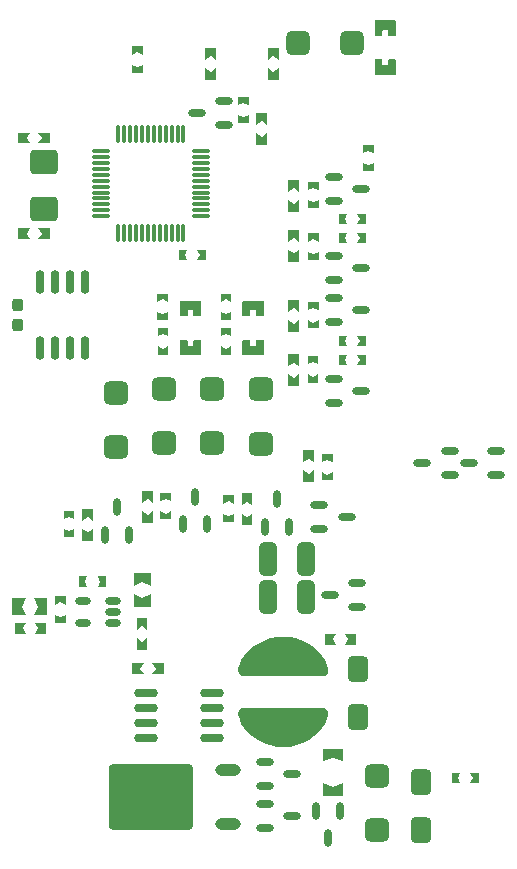
<source format=gtp>
G04 Layer_Color=8421504*
%FSLAX24Y24*%
%MOIN*%
G70*
G01*
G75*
%ADD16O,0.0800X0.0295*%
%ADD17O,0.0531X0.0236*%
%ADD18O,0.0630X0.0118*%
%ADD19O,0.0118X0.0630*%
%ADD20O,0.0295X0.0800*%
G04:AMPARAMS|DCode=21|XSize=110.2mil|YSize=59.1mil|CornerRadius=14.8mil|HoleSize=0mil|Usage=FLASHONLY|Rotation=270.000|XOffset=0mil|YOffset=0mil|HoleType=Round|Shape=RoundedRectangle|*
%AMROUNDEDRECTD21*
21,1,0.1102,0.0295,0,0,270.0*
21,1,0.0807,0.0591,0,0,270.0*
1,1,0.0295,-0.0148,-0.0404*
1,1,0.0295,-0.0148,0.0404*
1,1,0.0295,0.0148,0.0404*
1,1,0.0295,0.0148,-0.0404*
%
%ADD21ROUNDEDRECTD21*%
G04:AMPARAMS|DCode=23|XSize=90.6mil|YSize=82.7mil|CornerRadius=12.4mil|HoleSize=0mil|Usage=FLASHONLY|Rotation=0.000|XOffset=0mil|YOffset=0mil|HoleType=Round|Shape=RoundedRectangle|*
%AMROUNDEDRECTD23*
21,1,0.0906,0.0579,0,0,0.0*
21,1,0.0657,0.0827,0,0,0.0*
1,1,0.0248,0.0329,-0.0289*
1,1,0.0248,-0.0329,-0.0289*
1,1,0.0248,-0.0329,0.0289*
1,1,0.0248,0.0329,0.0289*
%
%ADD23ROUNDEDRECTD23*%
%ADD28O,0.0591X0.0281*%
G04:AMPARAMS|DCode=30|XSize=82.7mil|YSize=78.7mil|CornerRadius=19.7mil|HoleSize=0mil|Usage=FLASHONLY|Rotation=90.000|XOffset=0mil|YOffset=0mil|HoleType=Round|Shape=RoundedRectangle|*
%AMROUNDEDRECTD30*
21,1,0.0827,0.0394,0,0,90.0*
21,1,0.0433,0.0787,0,0,90.0*
1,1,0.0394,0.0197,0.0217*
1,1,0.0394,0.0197,-0.0217*
1,1,0.0394,-0.0197,-0.0217*
1,1,0.0394,-0.0197,0.0217*
%
%ADD30ROUNDEDRECTD30*%
G04:AMPARAMS|DCode=31|XSize=82.7mil|YSize=78.7mil|CornerRadius=19.7mil|HoleSize=0mil|Usage=FLASHONLY|Rotation=180.000|XOffset=0mil|YOffset=0mil|HoleType=Round|Shape=RoundedRectangle|*
%AMROUNDEDRECTD31*
21,1,0.0827,0.0394,0,0,180.0*
21,1,0.0433,0.0787,0,0,180.0*
1,1,0.0394,-0.0217,0.0197*
1,1,0.0394,0.0217,0.0197*
1,1,0.0394,0.0217,-0.0197*
1,1,0.0394,-0.0217,-0.0197*
%
%ADD31ROUNDEDRECTD31*%
%ADD32O,0.0281X0.0591*%
G04:AMPARAMS|DCode=33|XSize=86.6mil|YSize=68.9mil|CornerRadius=17.2mil|HoleSize=0mil|Usage=FLASHONLY|Rotation=270.000|XOffset=0mil|YOffset=0mil|HoleType=Round|Shape=RoundedRectangle|*
%AMROUNDEDRECTD33*
21,1,0.0866,0.0344,0,0,270.0*
21,1,0.0522,0.0689,0,0,270.0*
1,1,0.0344,-0.0172,-0.0261*
1,1,0.0344,-0.0172,0.0261*
1,1,0.0344,0.0172,0.0261*
1,1,0.0344,0.0172,-0.0261*
%
%ADD33ROUNDEDRECTD33*%
%ADD34O,0.0846X0.0394*%
G04:AMPARAMS|DCode=35|XSize=279.5mil|YSize=218.5mil|CornerRadius=10.9mil|HoleSize=0mil|Usage=FLASHONLY|Rotation=180.000|XOffset=0mil|YOffset=0mil|HoleType=Round|Shape=RoundedRectangle|*
%AMROUNDEDRECTD35*
21,1,0.2795,0.1967,0,0,180.0*
21,1,0.2577,0.2185,0,0,180.0*
1,1,0.0219,-0.1288,0.0983*
1,1,0.0219,0.1288,0.0983*
1,1,0.0219,0.1288,-0.0983*
1,1,0.0219,-0.1288,-0.0983*
%
%ADD35ROUNDEDRECTD35*%
G36*
X34626Y27746D02*
X34449Y27864D01*
X34272Y27746D01*
Y28140D01*
X34626D01*
Y27746D01*
D02*
G37*
G36*
X37323Y27726D02*
X37146Y27805D01*
X36969Y27726D01*
Y28002D01*
X37323D01*
Y27726D01*
D02*
G37*
G36*
X37933Y27667D02*
X37756Y27785D01*
X37579Y27667D01*
Y28061D01*
X37933D01*
Y27667D01*
D02*
G37*
G36*
X39989Y28435D02*
X39634D01*
Y28829D01*
X39812Y28711D01*
X39989Y28829D01*
Y28435D01*
D02*
G37*
G36*
X40609Y28494D02*
X40254D01*
Y28770D01*
X40432Y28691D01*
X40609Y28770D01*
Y28494D01*
D02*
G37*
G36*
X35226Y27805D02*
X35049Y27884D01*
X34872Y27805D01*
Y28080D01*
X35226D01*
Y27805D01*
D02*
G37*
G36*
X37933Y26998D02*
X37579D01*
Y27392D01*
X37756Y27274D01*
X37933Y27392D01*
Y26998D01*
D02*
G37*
G36*
X31998Y27214D02*
X31821Y27293D01*
X31644Y27214D01*
Y27490D01*
X31998D01*
Y27214D01*
D02*
G37*
G36*
X32628Y27156D02*
X32451Y27274D01*
X32274Y27156D01*
Y27549D01*
X32628D01*
Y27156D01*
D02*
G37*
G36*
X35226Y27195D02*
X34872D01*
Y27470D01*
X35049Y27392D01*
X35226Y27470D01*
Y27195D01*
D02*
G37*
G36*
X34626Y27077D02*
X34272D01*
Y27470D01*
X34449Y27352D01*
X34626Y27470D01*
Y27077D01*
D02*
G37*
G36*
X37323Y27116D02*
X36969D01*
Y27392D01*
X37146Y27313D01*
X37323Y27392D01*
Y27116D01*
D02*
G37*
G36*
X35138Y32687D02*
X34783D01*
Y32963D01*
X34961Y32884D01*
X35138Y32963D01*
Y32687D01*
D02*
G37*
G36*
X40138Y32362D02*
X39961Y32441D01*
X39783Y32362D01*
Y32638D01*
X40138D01*
Y32362D01*
D02*
G37*
G36*
X41713Y32333D02*
X41437D01*
X41516Y32510D01*
X41437Y32687D01*
X41713D01*
Y32333D01*
D02*
G37*
G36*
Y32972D02*
X41437D01*
X41516Y33150D01*
X41437Y33327D01*
X41713D01*
Y32972D01*
D02*
G37*
G36*
X41024Y33150D02*
X41103Y32972D01*
X40827D01*
Y33327D01*
X41103D01*
X41024Y33150D01*
D02*
G37*
G36*
X37234Y32687D02*
X36880D01*
Y32963D01*
X37057Y32884D01*
X37234Y32963D01*
Y32687D01*
D02*
G37*
G36*
X39488Y31634D02*
X39134D01*
Y32028D01*
X39311Y31909D01*
X39488Y32028D01*
Y31634D01*
D02*
G37*
G36*
X39989Y29104D02*
X39812Y29223D01*
X39634Y29104D01*
Y29498D01*
X39989D01*
Y29104D01*
D02*
G37*
G36*
X40609Y29104D02*
X40432Y29183D01*
X40254Y29104D01*
Y29380D01*
X40609D01*
Y29104D01*
D02*
G37*
G36*
X41024Y32510D02*
X41103Y32333D01*
X40827D01*
Y32687D01*
X41103D01*
X41024Y32510D01*
D02*
G37*
G36*
X39488Y32303D02*
X39311Y32421D01*
X39134Y32303D01*
Y32697D01*
X39488D01*
Y32303D01*
D02*
G37*
G36*
X40138Y31752D02*
X39783D01*
Y32028D01*
X39961Y31949D01*
X40138Y32028D01*
Y31752D01*
D02*
G37*
G36*
X40620Y23199D02*
X40738Y23022D01*
X40344D01*
Y23376D01*
X40738D01*
X40620Y23199D01*
D02*
G37*
G36*
X34990Y22047D02*
X34596D01*
X34715Y22224D01*
X34596Y22402D01*
X34990D01*
Y22047D01*
D02*
G37*
G36*
X34203Y22224D02*
X34321Y22047D01*
X33927D01*
Y22402D01*
X34321D01*
X34203Y22224D01*
D02*
G37*
G36*
X30285Y23563D02*
X30404Y23386D01*
X30010D01*
Y23740D01*
X30404D01*
X30285Y23563D01*
D02*
G37*
G36*
X34439Y22844D02*
X34085D01*
Y23238D01*
X34262Y23120D01*
X34439Y23238D01*
Y22844D01*
D02*
G37*
G36*
X41407Y23022D02*
X41014D01*
X41132Y23199D01*
X41014Y23376D01*
X41407D01*
Y23022D01*
D02*
G37*
G36*
X45482Y18396D02*
X45207D01*
X45285Y18573D01*
X45207Y18750D01*
X45482D01*
Y18396D01*
D02*
G37*
G36*
X44794Y18573D02*
X44872Y18396D01*
X44597D01*
Y18750D01*
X44872D01*
X44794Y18573D01*
D02*
G37*
G36*
X40974Y17992D02*
X40285D01*
Y18406D01*
X40630Y18287D01*
X40974Y18406D01*
Y17992D01*
D02*
G37*
G36*
X39189Y23274D02*
X39407Y23230D01*
X39618Y23157D01*
X39817Y23057D01*
X40001Y22931D01*
X40166Y22782D01*
X40169Y22780D01*
X40274Y22654D01*
X40358Y22512D01*
X40419Y22359D01*
X40461Y22225D01*
X40470Y22152D01*
X40451Y22081D01*
X40408Y22022D01*
X40346Y21983D01*
X40273Y21969D01*
X37668D01*
X37593Y21983D01*
X37529Y22024D01*
X37485Y22085D01*
X37465Y22158D01*
X37474Y22233D01*
X37515Y22362D01*
X37575Y22513D01*
X37658Y22653D01*
X37762Y22778D01*
X37767Y22782D01*
X37932Y22931D01*
X38116Y23057D01*
X38315Y23157D01*
X38526Y23230D01*
X38744Y23274D01*
X38967Y23289D01*
X39189Y23274D01*
D02*
G37*
G36*
X40340Y20910D02*
X40404Y20870D01*
X40448Y20809D01*
X40468Y20736D01*
X40459Y20661D01*
X40419Y20531D01*
X40358Y20380D01*
X40275Y20241D01*
X40171Y20116D01*
X40166Y20111D01*
X40001Y19962D01*
X39817Y19836D01*
X39618Y19736D01*
X39407Y19663D01*
X39189Y19619D01*
X38967Y19604D01*
X38744Y19619D01*
X38526Y19663D01*
X38315Y19736D01*
X38116Y19836D01*
X37932Y19962D01*
X37767Y20111D01*
X37764Y20114D01*
X37659Y20240D01*
X37575Y20382D01*
X37514Y20534D01*
X37472Y20668D01*
X37463Y20741D01*
X37482Y20812D01*
X37525Y20872D01*
X37588Y20911D01*
X37660Y20924D01*
X40265D01*
X40340Y20910D01*
D02*
G37*
G36*
X40974Y19134D02*
X40630Y19252D01*
X40285Y19134D01*
Y19547D01*
X40974D01*
Y19134D01*
D02*
G37*
G36*
X33051Y24941D02*
X32776D01*
X32854Y25118D01*
X32776Y25295D01*
X33051D01*
Y24941D01*
D02*
G37*
G36*
X32362Y25118D02*
X32441Y24941D01*
X32166D01*
Y25295D01*
X32441D01*
X32362Y25118D01*
D02*
G37*
G36*
X34547Y24262D02*
X33976D01*
Y24715D01*
X34262Y24587D01*
X34547Y24715D01*
Y24262D01*
D02*
G37*
G36*
X31998Y26604D02*
X31644D01*
Y26880D01*
X31821Y26801D01*
X31998Y26880D01*
Y26604D01*
D02*
G37*
G36*
X32628Y26486D02*
X32274D01*
Y26880D01*
X32451Y26762D01*
X32628Y26880D01*
Y26486D01*
D02*
G37*
G36*
X34547Y24970D02*
X34262Y25098D01*
X33976Y24970D01*
Y25423D01*
X34547D01*
Y24970D01*
D02*
G37*
G36*
X31713Y23750D02*
X31358D01*
Y24026D01*
X31535Y23947D01*
X31713Y24026D01*
Y23750D01*
D02*
G37*
G36*
X34439Y23514D02*
X34262Y23632D01*
X34085Y23514D01*
Y23907D01*
X34439D01*
Y23514D01*
D02*
G37*
G36*
X31073Y23386D02*
X30679D01*
X30797Y23563D01*
X30679Y23740D01*
X31073D01*
Y23386D01*
D02*
G37*
G36*
X31713Y24360D02*
X31535Y24439D01*
X31358Y24360D01*
Y24636D01*
X31713D01*
Y24360D01*
D02*
G37*
G36*
X31102Y24006D02*
X30650D01*
X30778Y24291D01*
X30650Y24577D01*
X31102D01*
Y24006D01*
D02*
G37*
G36*
X30266Y24291D02*
X30394Y24006D01*
X29941D01*
Y24577D01*
X30394D01*
X30266Y24291D01*
D02*
G37*
G36*
X41978Y38799D02*
X41624D01*
Y39075D01*
X41801Y38996D01*
X41978Y39075D01*
Y38799D01*
D02*
G37*
G36*
X40148Y38179D02*
X39970Y38258D01*
X39793Y38179D01*
Y38454D01*
X40148D01*
Y38179D01*
D02*
G37*
G36*
X39488Y38120D02*
X39311Y38238D01*
X39134Y38120D01*
Y38514D01*
X39488D01*
Y38120D01*
D02*
G37*
G36*
X31201Y39734D02*
X30807D01*
X30925Y39911D01*
X30807Y40089D01*
X31201D01*
Y39734D01*
D02*
G37*
G36*
X30413Y39911D02*
X30531Y39734D01*
X30138D01*
Y40089D01*
X30531D01*
X30413Y39911D01*
D02*
G37*
G36*
X41978Y39409D02*
X41801Y39488D01*
X41624Y39409D01*
Y39685D01*
X41978D01*
Y39409D01*
D02*
G37*
G36*
X41024Y37205D02*
X41103Y37028D01*
X40827D01*
Y37382D01*
X41103D01*
X41024Y37205D01*
D02*
G37*
G36*
X31201Y36545D02*
X30807D01*
X30925Y36722D01*
X30807Y36900D01*
X31201D01*
Y36545D01*
D02*
G37*
G36*
X30413Y36722D02*
X30531Y36545D01*
X30138D01*
Y36900D01*
X30531D01*
X30413Y36722D01*
D02*
G37*
G36*
X40148Y37569D02*
X39793D01*
Y37844D01*
X39970Y37766D01*
X40148Y37844D01*
Y37569D01*
D02*
G37*
G36*
X39488Y37451D02*
X39134D01*
Y37844D01*
X39311Y37726D01*
X39488Y37844D01*
Y37451D01*
D02*
G37*
G36*
X41713Y37028D02*
X41437D01*
X41516Y37205D01*
X41437Y37382D01*
X41713D01*
Y37028D01*
D02*
G37*
G36*
X36722Y42510D02*
X36545Y42628D01*
X36368Y42510D01*
Y42904D01*
X36722D01*
Y42510D01*
D02*
G37*
G36*
X42724Y42520D02*
X42732Y42500D01*
Y42047D01*
X42724Y42026D01*
X42703Y42017D01*
X42041D01*
X42020Y42026D01*
X42012Y42047D01*
Y42500D01*
X42020Y42520D01*
X42041Y42529D01*
X42244D01*
X42265Y42520D01*
X42274Y42500D01*
Y42362D01*
X42282Y42341D01*
X42303Y42332D01*
X42441D01*
X42462Y42341D01*
X42470Y42362D01*
Y42500D01*
X42479Y42520D01*
X42500Y42529D01*
X42703D01*
X42724Y42520D01*
D02*
G37*
G36*
X34281Y42077D02*
X33927D01*
Y42352D01*
X34104Y42274D01*
X34281Y42352D01*
Y42077D01*
D02*
G37*
G36*
X42724Y43820D02*
X42732Y43800D01*
Y43347D01*
X42724Y43326D01*
X42703Y43317D01*
X42500D01*
X42479Y43326D01*
X42470Y43347D01*
Y43485D01*
X42462Y43506D01*
X42441Y43514D01*
X42303D01*
X42282Y43506D01*
X42274Y43485D01*
Y43347D01*
X42265Y43326D01*
X42244Y43317D01*
X42041D01*
X42020Y43326D01*
X42012Y43347D01*
Y43800D01*
X42020Y43820D01*
X42041Y43829D01*
X42703D01*
X42724Y43820D01*
D02*
G37*
G36*
X34281Y42687D02*
X34104Y42766D01*
X33927Y42687D01*
Y42962D01*
X34281D01*
Y42687D01*
D02*
G37*
G36*
X38809Y42510D02*
X38632Y42628D01*
X38455Y42510D01*
Y42904D01*
X38809D01*
Y42510D01*
D02*
G37*
G36*
X37815Y40404D02*
X37461D01*
Y40679D01*
X37638Y40600D01*
X37815Y40679D01*
Y40404D01*
D02*
G37*
G36*
X38425Y40344D02*
X38248Y40463D01*
X38071Y40344D01*
Y40738D01*
X38425D01*
Y40344D01*
D02*
G37*
G36*
Y39675D02*
X38071D01*
Y40069D01*
X38248Y39951D01*
X38425Y40069D01*
Y39675D01*
D02*
G37*
G36*
X38809Y41841D02*
X38455D01*
Y42234D01*
X38632Y42116D01*
X38809Y42234D01*
Y41841D01*
D02*
G37*
G36*
X36722D02*
X36368D01*
Y42234D01*
X36545Y42116D01*
X36722Y42234D01*
Y41841D01*
D02*
G37*
G36*
X37815Y41014D02*
X37638Y41092D01*
X37461Y41014D01*
Y41289D01*
X37815D01*
Y41014D01*
D02*
G37*
G36*
X38314Y34480D02*
X38323Y34459D01*
Y34006D01*
X38314Y33985D01*
X38293Y33977D01*
X38091D01*
X38070Y33985D01*
X38061Y34006D01*
Y34144D01*
X38052Y34165D01*
X38031Y34174D01*
X37894D01*
X37873Y34165D01*
X37864Y34144D01*
Y34006D01*
X37856Y33985D01*
X37835Y33977D01*
X37632D01*
X37611Y33985D01*
X37602Y34006D01*
Y34459D01*
X37611Y34480D01*
X37632Y34489D01*
X38293D01*
X38314Y34480D01*
D02*
G37*
G36*
X36228D02*
X36236Y34459D01*
Y34006D01*
X36228Y33985D01*
X36207Y33977D01*
X36004D01*
X35983Y33985D01*
X35974Y34006D01*
Y34144D01*
X35966Y34165D01*
X35945Y34174D01*
X35807D01*
X35786Y34165D01*
X35778Y34144D01*
Y34006D01*
X35769Y33985D01*
X35748Y33977D01*
X35545D01*
X35524Y33985D01*
X35516Y34006D01*
Y34459D01*
X35524Y34480D01*
X35545Y34489D01*
X36207D01*
X36228Y34480D01*
D02*
G37*
G36*
X40148Y33563D02*
X39793D01*
Y33839D01*
X39970Y33760D01*
X40148Y33839D01*
Y33563D01*
D02*
G37*
G36*
X39488Y34114D02*
X39311Y34232D01*
X39134Y34114D01*
Y34508D01*
X39488D01*
Y34114D01*
D02*
G37*
G36*
X37234Y33839D02*
X36880D01*
Y34114D01*
X37057Y34036D01*
X37234Y34114D01*
Y33839D01*
D02*
G37*
G36*
X35128D02*
X34774D01*
Y34114D01*
X34951Y34036D01*
X35128Y34114D01*
Y33839D01*
D02*
G37*
G36*
X35138Y33297D02*
X34961Y33376D01*
X34783Y33297D01*
Y33573D01*
X35138D01*
Y33297D01*
D02*
G37*
G36*
X38314Y33180D02*
X38323Y33159D01*
Y32706D01*
X38314Y32685D01*
X38293Y32677D01*
X37632D01*
X37611Y32685D01*
X37602Y32706D01*
Y33159D01*
X37611Y33180D01*
X37632Y33189D01*
X37835D01*
X37856Y33180D01*
X37864Y33159D01*
Y33021D01*
X37873Y33000D01*
X37894Y32992D01*
X38031D01*
X38052Y33000D01*
X38061Y33021D01*
Y33159D01*
X38070Y33180D01*
X38091Y33189D01*
X38293D01*
X38314Y33180D01*
D02*
G37*
G36*
X36228D02*
X36236Y33159D01*
Y32706D01*
X36228Y32685D01*
X36207Y32677D01*
X35545D01*
X35524Y32685D01*
X35516Y32706D01*
Y33159D01*
X35524Y33180D01*
X35545Y33189D01*
X35748D01*
X35769Y33180D01*
X35778Y33159D01*
Y33021D01*
X35786Y33000D01*
X35807Y32992D01*
X35945D01*
X35966Y33000D01*
X35974Y33021D01*
Y33159D01*
X35983Y33180D01*
X36004Y33189D01*
X36207D01*
X36228Y33180D01*
D02*
G37*
G36*
X39488Y33445D02*
X39134D01*
Y33839D01*
X39311Y33720D01*
X39488Y33839D01*
Y33445D01*
D02*
G37*
G36*
X30243Y33881D02*
X30273Y33861D01*
X30293Y33831D01*
X30300Y33796D01*
Y33566D01*
X30293Y33531D01*
X30273Y33501D01*
X30243Y33481D01*
X30208Y33474D01*
X30028D01*
X29993Y33481D01*
X29963Y33501D01*
X29943Y33531D01*
X29936Y33566D01*
Y33796D01*
X29943Y33831D01*
X29963Y33861D01*
X29993Y33881D01*
X30028Y33888D01*
X30208D01*
X30243Y33881D01*
D02*
G37*
G36*
X37234Y33297D02*
X37057Y33376D01*
X36880Y33297D01*
Y33573D01*
X37234D01*
Y33297D01*
D02*
G37*
G36*
X41024Y36575D02*
X41103Y36398D01*
X40827D01*
Y36752D01*
X41103D01*
X41024Y36575D01*
D02*
G37*
G36*
X39487Y35787D02*
X39133D01*
Y36181D01*
X39310Y36063D01*
X39487Y36181D01*
Y35787D01*
D02*
G37*
G36*
X40148Y35847D02*
X39793D01*
Y36122D01*
X39970Y36044D01*
X40148Y36122D01*
Y35847D01*
D02*
G37*
G36*
X39487Y36457D02*
X39310Y36575D01*
X39133Y36457D01*
Y36850D01*
X39487D01*
Y36457D01*
D02*
G37*
G36*
X40148Y36457D02*
X39970Y36535D01*
X39793Y36457D01*
Y36732D01*
X40148D01*
Y36457D01*
D02*
G37*
G36*
X41713Y36398D02*
X41437D01*
X41516Y36575D01*
X41437Y36752D01*
X41713D01*
Y36398D01*
D02*
G37*
G36*
X35128Y34449D02*
X34951Y34528D01*
X34774Y34449D01*
Y34724D01*
X35128D01*
Y34449D01*
D02*
G37*
G36*
X40148Y34173D02*
X39970Y34252D01*
X39793Y34173D01*
Y34449D01*
X40148D01*
Y34173D01*
D02*
G37*
G36*
X30243Y34551D02*
X30273Y34531D01*
X30293Y34501D01*
X30300Y34466D01*
Y34236D01*
X30293Y34201D01*
X30273Y34171D01*
X30243Y34151D01*
X30208Y34144D01*
X30028D01*
X29993Y34151D01*
X29963Y34171D01*
X29943Y34201D01*
X29936Y34236D01*
Y34466D01*
X29943Y34501D01*
X29963Y34531D01*
X29993Y34551D01*
X30028Y34558D01*
X30208D01*
X30243Y34551D01*
D02*
G37*
G36*
X36378Y35837D02*
X36102D01*
X36181Y36014D01*
X36102Y36191D01*
X36378D01*
Y35837D01*
D02*
G37*
G36*
X35689Y36014D02*
X35768Y35837D01*
X35492D01*
Y36191D01*
X35768D01*
X35689Y36014D01*
D02*
G37*
G36*
X37234Y34449D02*
X37057Y34528D01*
X36880Y34449D01*
Y34724D01*
X37234D01*
Y34449D01*
D02*
G37*
D16*
X34404Y20902D02*
D03*
X36604D02*
D03*
X34404Y21402D02*
D03*
X36604D02*
D03*
X34404Y19902D02*
D03*
Y20402D02*
D03*
X36604D02*
D03*
Y19902D02*
D03*
D17*
X33287Y24114D02*
D03*
X32303Y23740D02*
D03*
X33287D02*
D03*
X32303Y24488D02*
D03*
X33287D02*
D03*
D18*
X32904Y38287D02*
D03*
Y38484D02*
D03*
Y38681D02*
D03*
Y38878D02*
D03*
Y39075D02*
D03*
Y39272D02*
D03*
Y39469D02*
D03*
Y37303D02*
D03*
Y37500D02*
D03*
Y37697D02*
D03*
Y37894D02*
D03*
Y38091D02*
D03*
X36211Y38484D02*
D03*
Y38287D02*
D03*
Y39469D02*
D03*
Y39272D02*
D03*
Y39075D02*
D03*
Y38878D02*
D03*
Y38681D02*
D03*
Y38091D02*
D03*
Y37894D02*
D03*
Y37697D02*
D03*
Y37500D02*
D03*
Y37303D02*
D03*
D19*
X35443Y40039D02*
D03*
X35640D02*
D03*
Y36732D02*
D03*
X35443D02*
D03*
X33474Y40039D02*
D03*
X33671D02*
D03*
X33868D02*
D03*
X34065D02*
D03*
X34262D02*
D03*
X34459D02*
D03*
X34656D02*
D03*
X34852D02*
D03*
X35049D02*
D03*
X35246D02*
D03*
Y36732D02*
D03*
X35049D02*
D03*
X34852D02*
D03*
X34656D02*
D03*
X34459D02*
D03*
X34262D02*
D03*
X34065D02*
D03*
X33868D02*
D03*
X33671D02*
D03*
X33474D02*
D03*
D20*
X31866Y35113D02*
D03*
Y32913D02*
D03*
X32366Y35113D02*
D03*
Y32913D02*
D03*
X30866Y35113D02*
D03*
X31366D02*
D03*
Y32913D02*
D03*
X30866D02*
D03*
D21*
X39734Y24616D02*
D03*
X38474D02*
D03*
X39734Y25866D02*
D03*
X38474D02*
D03*
D23*
X31004Y39114D02*
D03*
Y37539D02*
D03*
D28*
X36993Y41154D02*
D03*
Y40354D02*
D03*
X36083Y40754D02*
D03*
X41422Y24272D02*
D03*
Y25072D02*
D03*
X40512Y24672D02*
D03*
X40664Y31890D02*
D03*
Y31090D02*
D03*
X41574Y31490D02*
D03*
X40664Y34587D02*
D03*
Y33787D02*
D03*
X41574Y34187D02*
D03*
X40664Y35974D02*
D03*
Y35174D02*
D03*
X41574Y35574D02*
D03*
X40664Y38602D02*
D03*
Y37802D02*
D03*
X41574Y38202D02*
D03*
X40172Y26887D02*
D03*
Y27687D02*
D03*
X41082Y27287D02*
D03*
X46068Y29461D02*
D03*
Y28661D02*
D03*
X45158Y29061D02*
D03*
X38351Y19124D02*
D03*
Y18324D02*
D03*
X39261Y18724D02*
D03*
X38351Y17726D02*
D03*
Y16926D02*
D03*
X39261Y17326D02*
D03*
X44513Y29461D02*
D03*
Y28661D02*
D03*
X43603Y29061D02*
D03*
D30*
X41260Y43071D02*
D03*
X39449D02*
D03*
D31*
X38209Y31535D02*
D03*
Y29724D02*
D03*
X36604Y31545D02*
D03*
Y29734D02*
D03*
X35000Y31545D02*
D03*
Y29734D02*
D03*
X33396Y31427D02*
D03*
Y29616D02*
D03*
X42077Y16841D02*
D03*
Y18652D02*
D03*
D32*
X39146Y26954D02*
D03*
X38346D02*
D03*
X38746Y27864D02*
D03*
X33841Y26688D02*
D03*
X33041D02*
D03*
X33441Y27598D02*
D03*
X36440Y27033D02*
D03*
X35640D02*
D03*
X36040Y27943D02*
D03*
X40866Y17475D02*
D03*
X40066D02*
D03*
X40466Y16565D02*
D03*
D33*
X41457Y20600D02*
D03*
Y22215D02*
D03*
X43543Y16841D02*
D03*
Y18455D02*
D03*
D34*
X37126Y18841D02*
D03*
Y17045D02*
D03*
D35*
X34567Y17943D02*
D03*
M02*

</source>
